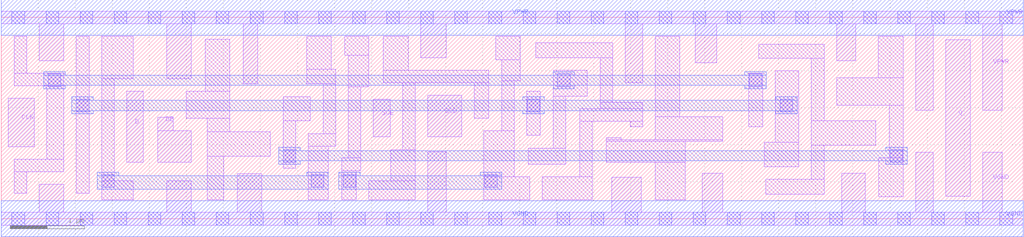
<source format=lef>
# Copyright 2020 The SkyWater PDK Authors
#
# Licensed under the Apache License, Version 2.0 (the "License");
# you may not use this file except in compliance with the License.
# You may obtain a copy of the License at
#
#     https://www.apache.org/licenses/LICENSE-2.0
#
# Unless required by applicable law or agreed to in writing, software
# distributed under the License is distributed on an "AS IS" BASIS,
# WITHOUT WARRANTIES OR CONDITIONS OF ANY KIND, either express or implied.
# See the License for the specific language governing permissions and
# limitations under the License.
#
# SPDX-License-Identifier: Apache-2.0

VERSION 5.7 ;
  NAMESCASESENSITIVE ON ;
  NOWIREEXTENSIONATPIN ON ;
  DIVIDERCHAR "/" ;
  BUSBITCHARS "[]" ;
UNITS
  DATABASE MICRONS 200 ;
END UNITS
MACRO sky130_fd_sc_hd__sedfxtp_2
  CLASS CORE ;
  SOURCE USER ;
  FOREIGN sky130_fd_sc_hd__sedfxtp_2 ;
  ORIGIN  0.000000  0.000000 ;
  SIZE  13.80000 BY  2.720000 ;
  SYMMETRY X Y R90 ;
  SITE unithd ;
  PIN D
    ANTENNAGATEAREA  0.159000 ;
    DIRECTION INPUT ;
    USE SIGNAL ;
    PORT
      LAYER li1 ;
        RECT 1.695000 0.765000 1.915000 1.720000 ;
    END
  END D
  PIN DE
    ANTENNAGATEAREA  0.318000 ;
    DIRECTION INPUT ;
    USE SIGNAL ;
    PORT
      LAYER li1 ;
        RECT 2.110000 0.765000 2.565000 1.185000 ;
        RECT 2.110000 1.185000 2.325000 1.370000 ;
    END
  END DE
  PIN Q
    ANTENNADIFFAREA  0.445500 ;
    DIRECTION OUTPUT ;
    USE SIGNAL ;
    PORT
      LAYER li1 ;
        RECT 12.755000 0.305000 13.085000 2.420000 ;
    END
  END Q
  PIN SCD
    ANTENNAGATEAREA  0.159000 ;
    DIRECTION INPUT ;
    USE SIGNAL ;
    PORT
      LAYER li1 ;
        RECT 5.760000 1.105000 6.215000 1.665000 ;
    END
  END SCD
  PIN SCE
    ANTENNAGATEAREA  0.318000 ;
    DIRECTION INPUT ;
    USE SIGNAL ;
    PORT
      LAYER li1 ;
        RECT 5.025000 1.105000 5.250000 1.615000 ;
    END
  END SCE
  PIN CLK
    ANTENNAGATEAREA  0.159000 ;
    DIRECTION INPUT ;
    USE CLOCK ;
    PORT
      LAYER li1 ;
        RECT 0.095000 0.975000 0.445000 1.625000 ;
    END
  END CLK
  PIN VGND
    DIRECTION INOUT ;
    SHAPE ABUTMENT ;
    USE GROUND ;
    PORT
      LAYER li1 ;
        RECT  0.000000 -0.085000 13.800000 0.085000 ;
        RECT  0.515000  0.085000  0.845000 0.465000 ;
        RECT  2.235000  0.085000  2.565000 0.515000 ;
        RECT  3.185000  0.085000  3.515000 0.610000 ;
        RECT  5.760000  0.085000  6.010000 0.905000 ;
        RECT  8.245000  0.085000  8.640000 0.560000 ;
        RECT  9.465000  0.085000  9.740000 0.615000 ;
        RECT 11.350000  0.085000 11.665000 0.615000 ;
        RECT 12.350000  0.085000 12.585000 0.900000 ;
        RECT 13.255000  0.085000 13.515000 0.900000 ;
      LAYER mcon ;
        RECT  0.145000 -0.085000  0.315000 0.085000 ;
        RECT  0.605000 -0.085000  0.775000 0.085000 ;
        RECT  1.065000 -0.085000  1.235000 0.085000 ;
        RECT  1.525000 -0.085000  1.695000 0.085000 ;
        RECT  1.985000 -0.085000  2.155000 0.085000 ;
        RECT  2.445000 -0.085000  2.615000 0.085000 ;
        RECT  2.905000 -0.085000  3.075000 0.085000 ;
        RECT  3.365000 -0.085000  3.535000 0.085000 ;
        RECT  3.825000 -0.085000  3.995000 0.085000 ;
        RECT  4.285000 -0.085000  4.455000 0.085000 ;
        RECT  4.745000 -0.085000  4.915000 0.085000 ;
        RECT  5.205000 -0.085000  5.375000 0.085000 ;
        RECT  5.665000 -0.085000  5.835000 0.085000 ;
        RECT  6.125000 -0.085000  6.295000 0.085000 ;
        RECT  6.585000 -0.085000  6.755000 0.085000 ;
        RECT  7.045000 -0.085000  7.215000 0.085000 ;
        RECT  7.505000 -0.085000  7.675000 0.085000 ;
        RECT  7.965000 -0.085000  8.135000 0.085000 ;
        RECT  8.425000 -0.085000  8.595000 0.085000 ;
        RECT  8.885000 -0.085000  9.055000 0.085000 ;
        RECT  9.345000 -0.085000  9.515000 0.085000 ;
        RECT  9.805000 -0.085000  9.975000 0.085000 ;
        RECT 10.265000 -0.085000 10.435000 0.085000 ;
        RECT 10.725000 -0.085000 10.895000 0.085000 ;
        RECT 11.185000 -0.085000 11.355000 0.085000 ;
        RECT 11.645000 -0.085000 11.815000 0.085000 ;
        RECT 12.105000 -0.085000 12.275000 0.085000 ;
        RECT 12.565000 -0.085000 12.735000 0.085000 ;
        RECT 13.025000 -0.085000 13.195000 0.085000 ;
        RECT 13.485000 -0.085000 13.655000 0.085000 ;
      LAYER met1 ;
        RECT 0.000000 -0.240000 13.800000 0.240000 ;
    END
  END VGND
  PIN VPWR
    DIRECTION INOUT ;
    SHAPE ABUTMENT ;
    USE POWER ;
    PORT
      LAYER li1 ;
        RECT  0.000000 2.635000 13.800000 2.805000 ;
        RECT  0.515000 2.135000  0.845000 2.635000 ;
        RECT  2.235000 1.890000  2.565000 2.635000 ;
        RECT  3.265000 1.825000  3.460000 2.635000 ;
        RECT  5.665000 2.175000  6.010000 2.635000 ;
        RECT  8.425000 1.835000  8.660000 2.635000 ;
        RECT  9.370000 2.105000  9.660000 2.635000 ;
        RECT 11.280000 2.135000 11.540000 2.635000 ;
        RECT 12.350000 1.465000 12.585000 2.635000 ;
        RECT 13.255000 1.465000 13.515000 2.635000 ;
      LAYER mcon ;
        RECT  0.145000 2.635000  0.315000 2.805000 ;
        RECT  0.605000 2.635000  0.775000 2.805000 ;
        RECT  1.065000 2.635000  1.235000 2.805000 ;
        RECT  1.525000 2.635000  1.695000 2.805000 ;
        RECT  1.985000 2.635000  2.155000 2.805000 ;
        RECT  2.445000 2.635000  2.615000 2.805000 ;
        RECT  2.905000 2.635000  3.075000 2.805000 ;
        RECT  3.365000 2.635000  3.535000 2.805000 ;
        RECT  3.825000 2.635000  3.995000 2.805000 ;
        RECT  4.285000 2.635000  4.455000 2.805000 ;
        RECT  4.745000 2.635000  4.915000 2.805000 ;
        RECT  5.205000 2.635000  5.375000 2.805000 ;
        RECT  5.665000 2.635000  5.835000 2.805000 ;
        RECT  6.125000 2.635000  6.295000 2.805000 ;
        RECT  6.585000 2.635000  6.755000 2.805000 ;
        RECT  7.045000 2.635000  7.215000 2.805000 ;
        RECT  7.505000 2.635000  7.675000 2.805000 ;
        RECT  7.965000 2.635000  8.135000 2.805000 ;
        RECT  8.425000 2.635000  8.595000 2.805000 ;
        RECT  8.885000 2.635000  9.055000 2.805000 ;
        RECT  9.345000 2.635000  9.515000 2.805000 ;
        RECT  9.805000 2.635000  9.975000 2.805000 ;
        RECT 10.265000 2.635000 10.435000 2.805000 ;
        RECT 10.725000 2.635000 10.895000 2.805000 ;
        RECT 11.185000 2.635000 11.355000 2.805000 ;
        RECT 11.645000 2.635000 11.815000 2.805000 ;
        RECT 12.105000 2.635000 12.275000 2.805000 ;
        RECT 12.565000 2.635000 12.735000 2.805000 ;
        RECT 13.025000 2.635000 13.195000 2.805000 ;
        RECT 13.485000 2.635000 13.655000 2.805000 ;
      LAYER met1 ;
        RECT 0.000000 2.480000 13.800000 2.960000 ;
    END
  END VPWR
  OBS
    LAYER li1 ;
      RECT  0.175000 0.345000  0.345000 0.635000 ;
      RECT  0.175000 0.635000  0.845000 0.805000 ;
      RECT  0.175000 1.795000  0.845000 1.965000 ;
      RECT  0.175000 1.965000  0.345000 2.465000 ;
      RECT  0.615000 0.805000  0.845000 1.795000 ;
      RECT  1.015000 0.345000  1.185000 2.465000 ;
      RECT  1.355000 0.255000  1.785000 0.515000 ;
      RECT  1.355000 0.515000  1.525000 1.890000 ;
      RECT  1.355000 1.890000  1.785000 2.465000 ;
      RECT  2.495000 1.355000  3.085000 1.720000 ;
      RECT  2.755000 1.720000  3.085000 2.425000 ;
      RECT  2.780000 0.255000  3.005000 0.845000 ;
      RECT  2.780000 0.845000  3.635000 1.175000 ;
      RECT  2.780000 1.175000  3.085000 1.355000 ;
      RECT  3.805000 0.685000  3.975000 1.320000 ;
      RECT  3.805000 1.320000  4.175000 1.650000 ;
      RECT  4.125000 1.820000  4.515000 2.020000 ;
      RECT  4.125000 2.020000  4.455000 2.465000 ;
      RECT  4.145000 0.255000  4.415000 0.980000 ;
      RECT  4.145000 0.980000  4.515000 1.150000 ;
      RECT  4.345000 1.150000  4.515000 1.820000 ;
      RECT  4.595000 0.255000  4.795000 0.645000 ;
      RECT  4.595000 0.645000  4.855000 0.825000 ;
      RECT  4.635000 2.210000  4.965000 2.465000 ;
      RECT  4.685000 0.825000  4.855000 1.785000 ;
      RECT  4.685000 1.785000  4.965000 2.210000 ;
      RECT  4.965000 0.255000  5.590000 0.515000 ;
      RECT  5.155000 1.835000  6.585000 2.005000 ;
      RECT  5.155000 2.005000  5.495000 2.465000 ;
      RECT  5.260000 0.515000  5.590000 0.935000 ;
      RECT  5.420000 0.935000  5.590000 1.835000 ;
      RECT  6.385000 1.355000  6.585000 1.835000 ;
      RECT  6.515000 0.255000  7.135000 0.565000 ;
      RECT  6.515000 0.565000  6.925000 1.185000 ;
      RECT  6.675000 2.150000  7.005000 2.465000 ;
      RECT  6.755000 1.185000  6.925000 1.865000 ;
      RECT  6.755000 1.865000  7.005000 2.150000 ;
      RECT  7.095000 1.125000  7.280000 1.720000 ;
      RECT  7.115000 0.735000  7.620000 0.955000 ;
      RECT  7.215000 2.175000  8.255000 2.375000 ;
      RECT  7.305000 0.255000  7.980000 0.565000 ;
      RECT  7.450000 0.955000  7.620000 1.655000 ;
      RECT  7.450000 1.655000  7.915000 2.005000 ;
      RECT  7.810000 0.565000  7.980000 1.315000 ;
      RECT  7.810000 1.315000  8.660000 1.485000 ;
      RECT  8.085000 1.485000  8.660000 1.575000 ;
      RECT  8.085000 1.575000  8.255000 2.175000 ;
      RECT  8.170000 0.765000  9.235000 1.045000 ;
      RECT  8.170000 1.045000  9.745000 1.065000 ;
      RECT  8.170000 1.065000  8.370000 1.095000 ;
      RECT  8.490000 1.245000  8.660000 1.315000 ;
      RECT  8.830000 0.255000  9.235000 0.765000 ;
      RECT  8.830000 1.065000  9.745000 1.375000 ;
      RECT  8.830000 1.375000  9.160000 2.465000 ;
      RECT 10.090000 1.245000 10.280000 1.965000 ;
      RECT 10.225000 2.165000 11.110000 2.355000 ;
      RECT 10.305000 0.705000 10.770000 1.035000 ;
      RECT 10.325000 0.330000 11.110000 0.535000 ;
      RECT 10.450000 1.035000 10.770000 1.995000 ;
      RECT 10.940000 0.535000 11.110000 0.995000 ;
      RECT 10.940000 0.995000 11.810000 1.325000 ;
      RECT 10.940000 1.325000 11.110000 2.165000 ;
      RECT 11.280000 1.530000 12.180000 1.905000 ;
      RECT 11.840000 1.905000 12.180000 2.465000 ;
      RECT 11.850000 0.300000 12.180000 0.825000 ;
      RECT 11.990000 0.825000 12.180000 1.530000 ;
    LAYER mcon ;
      RECT  0.635000 1.785000  0.805000 1.955000 ;
      RECT  1.015000 1.445000  1.185000 1.615000 ;
      RECT  1.355000 0.425000  1.525000 0.595000 ;
      RECT  3.805000 0.765000  3.975000 0.935000 ;
      RECT  4.185000 0.425000  4.355000 0.595000 ;
      RECT  4.615000 0.425000  4.785000 0.595000 ;
      RECT  6.530000 0.425000  6.700000 0.595000 ;
      RECT  7.100000 1.445000  7.270000 1.615000 ;
      RECT  7.510000 1.785000  7.680000 1.955000 ;
      RECT 10.100000 1.785000 10.270000 1.955000 ;
      RECT 10.520000 1.445000 10.690000 1.615000 ;
      RECT 12.000000 0.765000 12.170000 0.935000 ;
    LAYER met1 ;
      RECT  0.575000 1.755000  0.865000 1.800000 ;
      RECT  0.575000 1.800000 10.330000 1.940000 ;
      RECT  0.575000 1.940000  0.865000 1.985000 ;
      RECT  0.955000 1.415000  1.245000 1.460000 ;
      RECT  0.955000 1.460000 10.750000 1.600000 ;
      RECT  0.955000 1.600000  1.245000 1.645000 ;
      RECT  1.295000 0.395000  4.415000 0.580000 ;
      RECT  1.295000 0.580000  1.585000 0.625000 ;
      RECT  3.745000 0.735000  4.035000 0.780000 ;
      RECT  3.745000 0.780000 12.230000 0.920000 ;
      RECT  3.745000 0.920000  4.035000 0.965000 ;
      RECT  4.125000 0.580000  4.415000 0.625000 ;
      RECT  4.555000 0.395000  6.760000 0.580000 ;
      RECT  4.555000 0.580000  4.845000 0.625000 ;
      RECT  6.470000 0.580000  6.760000 0.625000 ;
      RECT  7.040000 1.415000  7.330000 1.460000 ;
      RECT  7.040000 1.600000  7.330000 1.645000 ;
      RECT  7.450000 1.755000  7.740000 1.800000 ;
      RECT  7.450000 1.940000  7.740000 1.985000 ;
      RECT 10.040000 1.755000 10.330000 1.800000 ;
      RECT 10.040000 1.940000 10.330000 1.985000 ;
      RECT 10.460000 1.415000 10.750000 1.460000 ;
      RECT 10.460000 1.600000 10.750000 1.645000 ;
      RECT 11.940000 0.735000 12.230000 0.780000 ;
      RECT 11.940000 0.920000 12.230000 0.965000 ;
  END
END sky130_fd_sc_hd__sedfxtp_2

</source>
